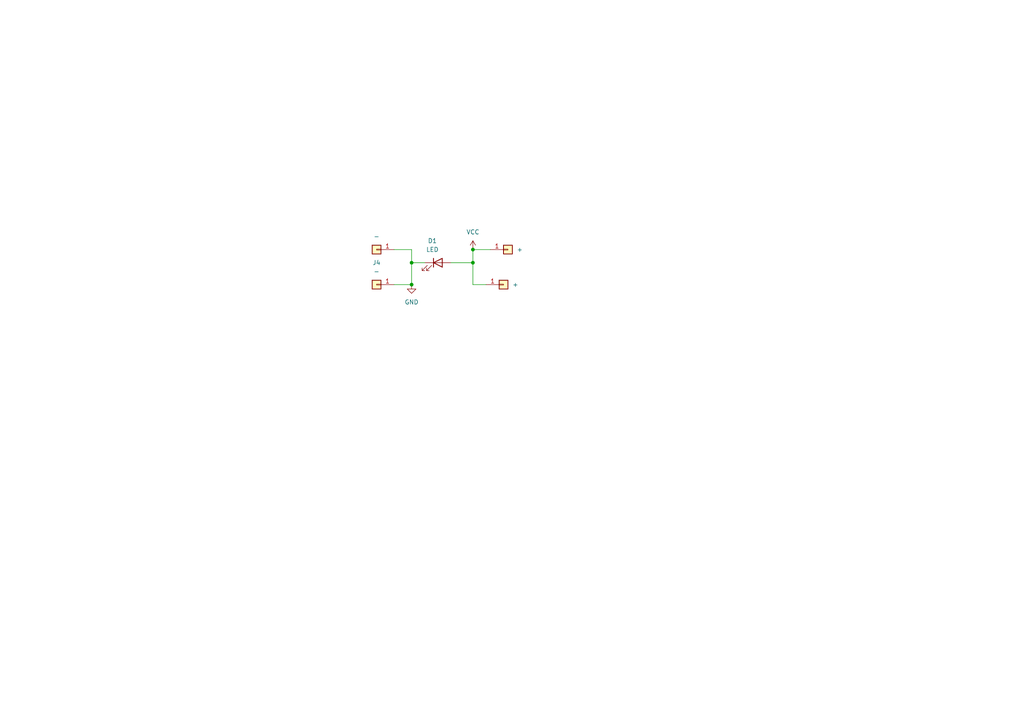
<source format=kicad_sch>
(kicad_sch (version 20230121) (generator eeschema)
  (paper "A4")
  (lib_symbols
    (symbol "Connector_Generic:Conn_01x01" (pin_names (offset 1.016) hide)
      (property "Reference" "J" (at 0 2.54 0))
      (property "Value" "Conn_01x01" (at 0 -2.54 0))
      (symbol "Conn_01x01_1_1"
        (rectangle (start -1.27 0.127) (end 0 -0.127) (stroke (width 0.1524)))
        (rectangle (start -1.27 1.27) (end 1.27 -1.27) (stroke (width 0.254)) (fill (type background)))
        (pin passive line (at -5.08 0 0) (length 3.81) (name "Pin_1") (number "1"))
      )
    )
    (symbol "Device:LED" (pin_numbers hide) (pin_names (offset 1.016) hide)
      (property "Reference" "D" (at 0 2.54 0))
      (property "Value" "LED" (at 0 -2.54 0))
      (symbol "LED_0_1"
        (polyline (pts (xy -1.27 -1.27) (xy -1.27 1.27)) (stroke (width 0.254)))
        (polyline (pts (xy -1.27 0) (xy 1.27 0)))
        (polyline (pts (xy 1.27 -1.27) (xy 1.27 1.27) (xy -1.27 0) (xy 1.27 -1.27)) (stroke (width 0.254)))
        (polyline (pts (xy -3.048 -0.762) (xy -4.572 -2.286) (xy -3.81 -2.286) (xy -4.572 -2.286) (xy -4.572 -1.524)))
        (polyline (pts (xy -1.778 -0.762) (xy -3.302 -2.286) (xy -2.54 -2.286) (xy -3.302 -2.286) (xy -3.302 -1.524)))
      )
      (symbol "LED_1_1"
        (pin passive line (at -3.81 0 0) (length 2.54) (name "K") (number "1"))
        (pin passive line (at 3.81 0 180) (length 2.54) (name "A") (number "2"))
      )
    )
    (symbol "power:GND" (power) (pin_names (offset 0))
      (property "Value" "GND" (at 0 -3.81 0))
      (symbol "GND_0_1"
        (polyline (pts (xy 0 0) (xy 0 -1.27) (xy 1.27 -1.27) (xy 0 -2.54) (xy -1.27 -1.27) (xy 0 -1.27)))
      )
      (symbol "GND_1_1"
        (pin power_in line (at 0 0 270) (length 0) hide (name "GND") (number "1"))
      )
    )
    (symbol "power:VCC" (power) (pin_names (offset 0))
      (property "Value" "VCC" (at 0 3.81 0))
      (symbol "VCC_0_1"
        (polyline (pts (xy -0.762 1.27) (xy 0 2.54)))
        (polyline (pts (xy 0 0) (xy 0 2.54)))
        (polyline (pts (xy 0 2.54) (xy 0.762 1.27)))
      )
      (symbol "VCC_1_1"
        (pin power_in line (at 0 0 90) (length 0) hide (name "VCC") (number "1"))
      )
    )
  )
  (junction (at 119.38 76.2))
  (junction (at 137.16 76.2))
  (junction (at 119.38 82.55))
  (junction (at 137.16 72.39))
  (wire (pts (xy 137.16 82.55) (xy 140.97 82.55)))
  (wire (pts (xy 137.16 76.2) (xy 137.16 82.55)))
  (wire (pts (xy 119.38 76.2) (xy 119.38 82.55)))
  (wire (pts (xy 119.38 76.2) (xy 123.19 76.2)))
  (wire (pts (xy 137.16 76.2) (xy 137.16 72.39)))
  (wire (pts (xy 114.3 72.39) (xy 119.38 72.39)))
  (wire (pts (xy 130.81 76.2) (xy 137.16 76.2)))
  (wire (pts (xy 114.3 82.55) (xy 119.38 82.55)))
  (wire (pts (xy 119.38 72.39) (xy 119.38 76.2)))
  (wire (pts (xy 137.16 72.39) (xy 142.24 72.39)))
  (symbol (lib_id "power:VCC") (at 137.16 72.39 0) (unit 1)
    (property "Reference" "#PWR02" (effects hide))
    (property "Value" "VCC" (at 137.16 67.31 0))
  )
  (symbol (lib_id "Device:LED") (at 127 76.2 0) (unit 1)
    (property "Reference" "D1" (at 125.4125 69.85 0))
    (property "Value" "LED" (at 125.4125 72.39 0))
    (property "Footprint" "LED_SMD:LED_1W_3W_R8" (effects hide))
  )
  (symbol (lib_id "Connector_Generic:Conn_01x01") (at 109.22 72.39 180) (unit 1)
    (property "Reference" "J5" (effects hide))
    (property "Value" "-" (at 109.22 68.58 0))
    (property "Footprint" "Library:Connector_WireSolderWirePad_1x01_SMD_2x4mm" (effects hide))
  )
  (symbol (lib_id "power:GND") (at 119.38 82.55 0) (unit 1)
    (property "Reference" "#PWR01" (effects hide))
    (property "Value" "GND" (at 119.38 87.63 0))
  )
  (symbol (lib_id "Connector_Generic:Conn_01x01") (at 109.22 82.55 180) (unit 1)
    (property "Reference" "J4" (at 109.22 76.2 0))
    (property "Value" "-" (at 109.22 78.74 0))
    (property "Footprint" "Library:Connector_WireSolderWirePad_1x01_SMD_2x4mm" (effects hide))
  )
  (symbol (lib_id "Connector_Generic:Conn_01x01") (at 146.05 82.55 0) (unit 1)
    (property "Reference" "J2" (effects hide))
    (property "Value" "+" (at 148.59 82.55 0) (effects (justify left)))
    (property "Footprint" "Library:Connector_WireSolderWirePad_1x01_SMD_2x4mm" (effects hide))
  )
  (symbol (lib_id "Connector_Generic:Conn_01x01") (at 147.32 72.39 0) (unit 1)
    (property "Reference" "J1" (effects hide))
    (property "Value" "+" (at 149.86 72.39 0) (effects (justify left)))
    (property "Footprint" "Library:Connector_WireSolderWirePad_1x01_SMD_2x4mm" (effects hide))
  )
)
</source>
